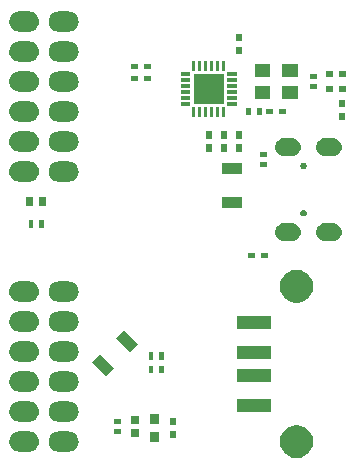
<source format=gts>
G04 #@! TF.GenerationSoftware,KiCad,Pcbnew,5.1.4-e60b266~84~ubuntu19.04.1*
G04 #@! TF.CreationDate,2019-10-16T10:38:50-07:00*
G04 #@! TF.ProjectId,pmod-usb-analyser-openvizla,706d6f64-2d75-4736-922d-616e616c7973,rev?*
G04 #@! TF.SameCoordinates,PX26449c8PY4c8cf18*
G04 #@! TF.FileFunction,Soldermask,Top*
G04 #@! TF.FilePolarity,Negative*
%FSLAX46Y46*%
G04 Gerber Fmt 4.6, Leading zero omitted, Abs format (unit mm)*
G04 Created by KiCad (PCBNEW 5.1.4-e60b266~84~ubuntu19.04.1) date 2019-10-16 10:38:50*
%MOMM*%
%LPD*%
G04 APERTURE LIST*
%ADD10C,0.100000*%
G04 APERTURE END LIST*
D10*
G36*
X26126474Y4150506D02*
G01*
X26383023Y4044241D01*
X26613912Y3889965D01*
X26810264Y3693613D01*
X26964540Y3462724D01*
X27070805Y3206175D01*
X27124979Y2933824D01*
X27124979Y2656136D01*
X27070805Y2383785D01*
X26964540Y2127236D01*
X26810264Y1896347D01*
X26613912Y1699995D01*
X26383023Y1545719D01*
X26126474Y1439454D01*
X25854123Y1385280D01*
X25576435Y1385280D01*
X25304084Y1439454D01*
X25047535Y1545719D01*
X24816646Y1699995D01*
X24620294Y1896347D01*
X24466018Y2127236D01*
X24359753Y2383785D01*
X24305579Y2656136D01*
X24305579Y2933824D01*
X24359753Y3206175D01*
X24466018Y3462724D01*
X24620294Y3693613D01*
X24816646Y3889965D01*
X25047535Y4044241D01*
X25304084Y4150506D01*
X25576435Y4204680D01*
X25854123Y4204680D01*
X26126474Y4150506D01*
X26126474Y4150506D01*
G37*
G36*
X6579705Y3636782D02*
G01*
X6664680Y3611005D01*
X6739935Y3588177D01*
X6784729Y3564234D01*
X6887601Y3509248D01*
X7017029Y3403029D01*
X7123248Y3273601D01*
X7159288Y3206174D01*
X7202177Y3125935D01*
X7225005Y3050680D01*
X7250782Y2965705D01*
X7267193Y2799080D01*
X7250782Y2632455D01*
X7225005Y2547480D01*
X7202177Y2472225D01*
X7202176Y2472224D01*
X7123248Y2324559D01*
X7017029Y2195131D01*
X6887601Y2088912D01*
X6784729Y2033926D01*
X6739935Y2009983D01*
X6664680Y1987155D01*
X6579705Y1961378D01*
X6454837Y1949080D01*
X5531323Y1949080D01*
X5406455Y1961378D01*
X5321480Y1987155D01*
X5246225Y2009983D01*
X5201431Y2033926D01*
X5098559Y2088912D01*
X4969131Y2195131D01*
X4862912Y2324559D01*
X4783984Y2472224D01*
X4783983Y2472225D01*
X4761155Y2547480D01*
X4735378Y2632455D01*
X4718967Y2799080D01*
X4735378Y2965705D01*
X4761155Y3050680D01*
X4783983Y3125935D01*
X4826872Y3206174D01*
X4862912Y3273601D01*
X4969131Y3403029D01*
X5098559Y3509248D01*
X5201431Y3564234D01*
X5246225Y3588177D01*
X5321480Y3611005D01*
X5406455Y3636782D01*
X5531323Y3649080D01*
X6454837Y3649080D01*
X6579705Y3636782D01*
X6579705Y3636782D01*
G37*
G36*
X3239705Y3636782D02*
G01*
X3324680Y3611005D01*
X3399935Y3588177D01*
X3444729Y3564234D01*
X3547601Y3509248D01*
X3677029Y3403029D01*
X3783248Y3273601D01*
X3819288Y3206174D01*
X3862177Y3125935D01*
X3885005Y3050680D01*
X3910782Y2965705D01*
X3927193Y2799080D01*
X3910782Y2632455D01*
X3885005Y2547480D01*
X3862177Y2472225D01*
X3862176Y2472224D01*
X3783248Y2324559D01*
X3677029Y2195131D01*
X3547601Y2088912D01*
X3444729Y2033926D01*
X3399935Y2009983D01*
X3324680Y1987155D01*
X3239705Y1961378D01*
X3114837Y1949080D01*
X2191323Y1949080D01*
X2066455Y1961378D01*
X1981480Y1987155D01*
X1906225Y2009983D01*
X1861431Y2033926D01*
X1758559Y2088912D01*
X1629131Y2195131D01*
X1522912Y2324559D01*
X1443984Y2472224D01*
X1443983Y2472225D01*
X1421155Y2547480D01*
X1395378Y2632455D01*
X1378967Y2799080D01*
X1395378Y2965705D01*
X1421155Y3050680D01*
X1443983Y3125935D01*
X1486872Y3206174D01*
X1522912Y3273601D01*
X1629131Y3403029D01*
X1758559Y3509248D01*
X1861431Y3564234D01*
X1906225Y3588177D01*
X1981480Y3611005D01*
X2066455Y3636782D01*
X2191323Y3649080D01*
X3114837Y3649080D01*
X3239705Y3636782D01*
X3239705Y3636782D01*
G37*
G36*
X14096080Y2792080D02*
G01*
X13346080Y2792080D01*
X13346080Y3592080D01*
X14096080Y3592080D01*
X14096080Y2792080D01*
X14096080Y2792080D01*
G37*
G36*
X15495080Y3092080D02*
G01*
X14995080Y3092080D01*
X14995080Y3692080D01*
X15495080Y3692080D01*
X15495080Y3092080D01*
X15495080Y3092080D01*
G37*
G36*
X12420080Y3219080D02*
G01*
X11720080Y3219080D01*
X11720080Y3819080D01*
X12420080Y3819080D01*
X12420080Y3219080D01*
X12420080Y3219080D01*
G37*
G36*
X10846080Y3419080D02*
G01*
X10246080Y3419080D01*
X10246080Y3819080D01*
X10846080Y3819080D01*
X10846080Y3419080D01*
X10846080Y3419080D01*
G37*
G36*
X15495080Y4192080D02*
G01*
X14995080Y4192080D01*
X14995080Y4792080D01*
X15495080Y4792080D01*
X15495080Y4192080D01*
X15495080Y4192080D01*
G37*
G36*
X14096080Y4292080D02*
G01*
X13346080Y4292080D01*
X13346080Y5092080D01*
X14096080Y5092080D01*
X14096080Y4292080D01*
X14096080Y4292080D01*
G37*
G36*
X10846080Y4319080D02*
G01*
X10246080Y4319080D01*
X10246080Y4719080D01*
X10846080Y4719080D01*
X10846080Y4319080D01*
X10846080Y4319080D01*
G37*
G36*
X12420080Y4319080D02*
G01*
X11720080Y4319080D01*
X11720080Y4919080D01*
X12420080Y4919080D01*
X12420080Y4319080D01*
X12420080Y4319080D01*
G37*
G36*
X3239705Y6176782D02*
G01*
X3324680Y6151005D01*
X3399935Y6128177D01*
X3444729Y6104234D01*
X3547601Y6049248D01*
X3677029Y5943029D01*
X3783248Y5813601D01*
X3838234Y5710729D01*
X3862177Y5665935D01*
X3885005Y5590680D01*
X3910782Y5505705D01*
X3927193Y5339080D01*
X3910782Y5172455D01*
X3886400Y5092080D01*
X3862177Y5012225D01*
X3862176Y5012224D01*
X3783248Y4864559D01*
X3677029Y4735131D01*
X3547601Y4628912D01*
X3444729Y4573926D01*
X3399935Y4549983D01*
X3324680Y4527155D01*
X3239705Y4501378D01*
X3114837Y4489080D01*
X2191323Y4489080D01*
X2066455Y4501378D01*
X1981480Y4527155D01*
X1906225Y4549983D01*
X1861431Y4573926D01*
X1758559Y4628912D01*
X1629131Y4735131D01*
X1522912Y4864559D01*
X1443984Y5012224D01*
X1443983Y5012225D01*
X1419760Y5092080D01*
X1395378Y5172455D01*
X1378967Y5339080D01*
X1395378Y5505705D01*
X1421155Y5590680D01*
X1443983Y5665935D01*
X1467926Y5710729D01*
X1522912Y5813601D01*
X1629131Y5943029D01*
X1758559Y6049248D01*
X1861431Y6104234D01*
X1906225Y6128177D01*
X1981480Y6151005D01*
X2066455Y6176782D01*
X2191323Y6189080D01*
X3114837Y6189080D01*
X3239705Y6176782D01*
X3239705Y6176782D01*
G37*
G36*
X6579705Y6176782D02*
G01*
X6664680Y6151005D01*
X6739935Y6128177D01*
X6784729Y6104234D01*
X6887601Y6049248D01*
X7017029Y5943029D01*
X7123248Y5813601D01*
X7178234Y5710729D01*
X7202177Y5665935D01*
X7225005Y5590680D01*
X7250782Y5505705D01*
X7267193Y5339080D01*
X7250782Y5172455D01*
X7226400Y5092080D01*
X7202177Y5012225D01*
X7202176Y5012224D01*
X7123248Y4864559D01*
X7017029Y4735131D01*
X6887601Y4628912D01*
X6784729Y4573926D01*
X6739935Y4549983D01*
X6664680Y4527155D01*
X6579705Y4501378D01*
X6454837Y4489080D01*
X5531323Y4489080D01*
X5406455Y4501378D01*
X5321480Y4527155D01*
X5246225Y4549983D01*
X5201431Y4573926D01*
X5098559Y4628912D01*
X4969131Y4735131D01*
X4862912Y4864559D01*
X4783984Y5012224D01*
X4783983Y5012225D01*
X4759760Y5092080D01*
X4735378Y5172455D01*
X4718967Y5339080D01*
X4735378Y5505705D01*
X4761155Y5590680D01*
X4783983Y5665935D01*
X4807926Y5710729D01*
X4862912Y5813601D01*
X4969131Y5943029D01*
X5098559Y6049248D01*
X5201431Y6104234D01*
X5246225Y6128177D01*
X5321480Y6151005D01*
X5406455Y6176782D01*
X5531323Y6189080D01*
X6454837Y6189080D01*
X6579705Y6176782D01*
X6579705Y6176782D01*
G37*
G36*
X23546479Y5304980D02*
G01*
X20666481Y5304980D01*
X20666481Y6424980D01*
X23546479Y6424980D01*
X23546479Y5304980D01*
X23546479Y5304980D01*
G37*
G36*
X6579705Y8716782D02*
G01*
X6664680Y8691005D01*
X6739935Y8668177D01*
X6784729Y8644234D01*
X6887601Y8589248D01*
X7017029Y8483029D01*
X7123248Y8353601D01*
X7178234Y8250729D01*
X7202177Y8205935D01*
X7225005Y8130680D01*
X7250782Y8045705D01*
X7267193Y7879080D01*
X7250782Y7712455D01*
X7225005Y7627480D01*
X7202177Y7552225D01*
X7202176Y7552224D01*
X7123248Y7404559D01*
X7017029Y7275131D01*
X6887601Y7168912D01*
X6784729Y7113926D01*
X6739935Y7089983D01*
X6664680Y7067155D01*
X6579705Y7041378D01*
X6454837Y7029080D01*
X5531323Y7029080D01*
X5406455Y7041378D01*
X5321480Y7067155D01*
X5246225Y7089983D01*
X5201431Y7113926D01*
X5098559Y7168912D01*
X4969131Y7275131D01*
X4862912Y7404559D01*
X4783984Y7552224D01*
X4783983Y7552225D01*
X4761155Y7627480D01*
X4735378Y7712455D01*
X4718967Y7879080D01*
X4735378Y8045705D01*
X4761155Y8130680D01*
X4783983Y8205935D01*
X4807926Y8250729D01*
X4862912Y8353601D01*
X4969131Y8483029D01*
X5098559Y8589248D01*
X5201431Y8644234D01*
X5246225Y8668177D01*
X5321480Y8691005D01*
X5406455Y8716782D01*
X5531323Y8729080D01*
X6454837Y8729080D01*
X6579705Y8716782D01*
X6579705Y8716782D01*
G37*
G36*
X3239705Y8716782D02*
G01*
X3324680Y8691005D01*
X3399935Y8668177D01*
X3444729Y8644234D01*
X3547601Y8589248D01*
X3677029Y8483029D01*
X3783248Y8353601D01*
X3838234Y8250729D01*
X3862177Y8205935D01*
X3885005Y8130680D01*
X3910782Y8045705D01*
X3927193Y7879080D01*
X3910782Y7712455D01*
X3885005Y7627480D01*
X3862177Y7552225D01*
X3862176Y7552224D01*
X3783248Y7404559D01*
X3677029Y7275131D01*
X3547601Y7168912D01*
X3444729Y7113926D01*
X3399935Y7089983D01*
X3324680Y7067155D01*
X3239705Y7041378D01*
X3114837Y7029080D01*
X2191323Y7029080D01*
X2066455Y7041378D01*
X1981480Y7067155D01*
X1906225Y7089983D01*
X1861431Y7113926D01*
X1758559Y7168912D01*
X1629131Y7275131D01*
X1522912Y7404559D01*
X1443984Y7552224D01*
X1443983Y7552225D01*
X1421155Y7627480D01*
X1395378Y7712455D01*
X1378967Y7879080D01*
X1395378Y8045705D01*
X1421155Y8130680D01*
X1443983Y8205935D01*
X1467926Y8250729D01*
X1522912Y8353601D01*
X1629131Y8483029D01*
X1758559Y8589248D01*
X1861431Y8644234D01*
X1906225Y8668177D01*
X1981480Y8691005D01*
X2066455Y8716782D01*
X2191323Y8729080D01*
X3114837Y8729080D01*
X3239705Y8716782D01*
X3239705Y8716782D01*
G37*
G36*
X23546479Y7804980D02*
G01*
X20666481Y7804980D01*
X20666481Y8924980D01*
X23546479Y8924980D01*
X23546479Y7804980D01*
X23546479Y7804980D01*
G37*
G36*
X10240209Y8974627D02*
G01*
X9603813Y8338231D01*
X8401731Y9540313D01*
X9038127Y10176709D01*
X10240209Y8974627D01*
X10240209Y8974627D01*
G37*
G36*
X13598080Y8595080D02*
G01*
X13198080Y8595080D01*
X13198080Y9195080D01*
X13598080Y9195080D01*
X13598080Y8595080D01*
X13598080Y8595080D01*
G37*
G36*
X14498080Y8595080D02*
G01*
X14098080Y8595080D01*
X14098080Y9195080D01*
X14498080Y9195080D01*
X14498080Y8595080D01*
X14498080Y8595080D01*
G37*
G36*
X6579705Y11256782D02*
G01*
X6664680Y11231005D01*
X6739935Y11208177D01*
X6784729Y11184234D01*
X6887601Y11129248D01*
X7017029Y11023029D01*
X7123248Y10893601D01*
X7178234Y10790729D01*
X7202177Y10745935D01*
X7225005Y10670680D01*
X7250782Y10585705D01*
X7267193Y10419080D01*
X7250782Y10252455D01*
X7227804Y10176709D01*
X7202177Y10092225D01*
X7202176Y10092224D01*
X7123248Y9944559D01*
X7017029Y9815131D01*
X6887601Y9708912D01*
X6784729Y9653926D01*
X6739935Y9629983D01*
X6664680Y9607155D01*
X6579705Y9581378D01*
X6454837Y9569080D01*
X5531323Y9569080D01*
X5406455Y9581378D01*
X5321480Y9607155D01*
X5246225Y9629983D01*
X5201431Y9653926D01*
X5098559Y9708912D01*
X4969131Y9815131D01*
X4862912Y9944559D01*
X4783984Y10092224D01*
X4783983Y10092225D01*
X4758356Y10176709D01*
X4735378Y10252455D01*
X4718967Y10419080D01*
X4735378Y10585705D01*
X4761155Y10670680D01*
X4783983Y10745935D01*
X4807926Y10790729D01*
X4862912Y10893601D01*
X4969131Y11023029D01*
X5098559Y11129248D01*
X5201431Y11184234D01*
X5246225Y11208177D01*
X5321480Y11231005D01*
X5406455Y11256782D01*
X5531323Y11269080D01*
X6454837Y11269080D01*
X6579705Y11256782D01*
X6579705Y11256782D01*
G37*
G36*
X3239705Y11256782D02*
G01*
X3324680Y11231005D01*
X3399935Y11208177D01*
X3444729Y11184234D01*
X3547601Y11129248D01*
X3677029Y11023029D01*
X3783248Y10893601D01*
X3838234Y10790729D01*
X3862177Y10745935D01*
X3885005Y10670680D01*
X3910782Y10585705D01*
X3927193Y10419080D01*
X3910782Y10252455D01*
X3887804Y10176709D01*
X3862177Y10092225D01*
X3862176Y10092224D01*
X3783248Y9944559D01*
X3677029Y9815131D01*
X3547601Y9708912D01*
X3444729Y9653926D01*
X3399935Y9629983D01*
X3324680Y9607155D01*
X3239705Y9581378D01*
X3114837Y9569080D01*
X2191323Y9569080D01*
X2066455Y9581378D01*
X1981480Y9607155D01*
X1906225Y9629983D01*
X1861431Y9653926D01*
X1758559Y9708912D01*
X1629131Y9815131D01*
X1522912Y9944559D01*
X1443984Y10092224D01*
X1443983Y10092225D01*
X1418356Y10176709D01*
X1395378Y10252455D01*
X1378967Y10419080D01*
X1395378Y10585705D01*
X1421155Y10670680D01*
X1443983Y10745935D01*
X1467926Y10790729D01*
X1522912Y10893601D01*
X1629131Y11023029D01*
X1758559Y11129248D01*
X1861431Y11184234D01*
X1906225Y11208177D01*
X1981480Y11231005D01*
X2066455Y11256782D01*
X2191323Y11269080D01*
X3114837Y11269080D01*
X3239705Y11256782D01*
X3239705Y11256782D01*
G37*
G36*
X13598080Y9738080D02*
G01*
X13198080Y9738080D01*
X13198080Y10338080D01*
X13598080Y10338080D01*
X13598080Y9738080D01*
X13598080Y9738080D01*
G37*
G36*
X14498080Y9738080D02*
G01*
X14098080Y9738080D01*
X14098080Y10338080D01*
X14498080Y10338080D01*
X14498080Y9738080D01*
X14498080Y9738080D01*
G37*
G36*
X23546479Y9804981D02*
G01*
X20666481Y9804981D01*
X20666481Y10924981D01*
X23546479Y10924981D01*
X23546479Y9804981D01*
X23546479Y9804981D01*
G37*
G36*
X12290819Y11025237D02*
G01*
X11654423Y10388841D01*
X10452341Y11590923D01*
X11088737Y12227319D01*
X12290819Y11025237D01*
X12290819Y11025237D01*
G37*
G36*
X3239705Y13796782D02*
G01*
X3324680Y13771005D01*
X3399935Y13748177D01*
X3444729Y13724234D01*
X3547601Y13669248D01*
X3677029Y13563029D01*
X3783248Y13433601D01*
X3838234Y13330729D01*
X3862177Y13285935D01*
X3885005Y13210680D01*
X3910782Y13125705D01*
X3927193Y12959080D01*
X3910782Y12792455D01*
X3885005Y12707480D01*
X3862177Y12632225D01*
X3862176Y12632224D01*
X3783248Y12484559D01*
X3677029Y12355131D01*
X3547601Y12248912D01*
X3444729Y12193926D01*
X3399935Y12169983D01*
X3324680Y12147155D01*
X3239705Y12121378D01*
X3114837Y12109080D01*
X2191323Y12109080D01*
X2066455Y12121378D01*
X1981480Y12147155D01*
X1906225Y12169983D01*
X1861431Y12193926D01*
X1758559Y12248912D01*
X1629131Y12355131D01*
X1522912Y12484559D01*
X1443984Y12632224D01*
X1443983Y12632225D01*
X1421155Y12707480D01*
X1395378Y12792455D01*
X1378967Y12959080D01*
X1395378Y13125705D01*
X1421155Y13210680D01*
X1443983Y13285935D01*
X1467926Y13330729D01*
X1522912Y13433601D01*
X1629131Y13563029D01*
X1758559Y13669248D01*
X1861431Y13724234D01*
X1906225Y13748177D01*
X1981480Y13771005D01*
X2066455Y13796782D01*
X2191323Y13809080D01*
X3114837Y13809080D01*
X3239705Y13796782D01*
X3239705Y13796782D01*
G37*
G36*
X6579705Y13796782D02*
G01*
X6664680Y13771005D01*
X6739935Y13748177D01*
X6784729Y13724234D01*
X6887601Y13669248D01*
X7017029Y13563029D01*
X7123248Y13433601D01*
X7178234Y13330729D01*
X7202177Y13285935D01*
X7225005Y13210680D01*
X7250782Y13125705D01*
X7267193Y12959080D01*
X7250782Y12792455D01*
X7225005Y12707480D01*
X7202177Y12632225D01*
X7202176Y12632224D01*
X7123248Y12484559D01*
X7017029Y12355131D01*
X6887601Y12248912D01*
X6784729Y12193926D01*
X6739935Y12169983D01*
X6664680Y12147155D01*
X6579705Y12121378D01*
X6454837Y12109080D01*
X5531323Y12109080D01*
X5406455Y12121378D01*
X5321480Y12147155D01*
X5246225Y12169983D01*
X5201431Y12193926D01*
X5098559Y12248912D01*
X4969131Y12355131D01*
X4862912Y12484559D01*
X4783984Y12632224D01*
X4783983Y12632225D01*
X4761155Y12707480D01*
X4735378Y12792455D01*
X4718967Y12959080D01*
X4735378Y13125705D01*
X4761155Y13210680D01*
X4783983Y13285935D01*
X4807926Y13330729D01*
X4862912Y13433601D01*
X4969131Y13563029D01*
X5098559Y13669248D01*
X5201431Y13724234D01*
X5246225Y13748177D01*
X5321480Y13771005D01*
X5406455Y13796782D01*
X5531323Y13809080D01*
X6454837Y13809080D01*
X6579705Y13796782D01*
X6579705Y13796782D01*
G37*
G36*
X23546479Y12304980D02*
G01*
X20666481Y12304980D01*
X20666481Y13424980D01*
X23546479Y13424980D01*
X23546479Y12304980D01*
X23546479Y12304980D01*
G37*
G36*
X26126474Y17290506D02*
G01*
X26383023Y17184241D01*
X26613912Y17029965D01*
X26810264Y16833613D01*
X26964540Y16602724D01*
X27070805Y16346175D01*
X27124979Y16073824D01*
X27124979Y15796136D01*
X27070805Y15523785D01*
X26964540Y15267236D01*
X26810264Y15036347D01*
X26613912Y14839995D01*
X26383023Y14685719D01*
X26126474Y14579454D01*
X25854123Y14525280D01*
X25576435Y14525280D01*
X25304084Y14579454D01*
X25047535Y14685719D01*
X24816646Y14839995D01*
X24620294Y15036347D01*
X24466018Y15267236D01*
X24359753Y15523785D01*
X24305579Y15796136D01*
X24305579Y16073824D01*
X24359753Y16346175D01*
X24466018Y16602724D01*
X24620294Y16833613D01*
X24816646Y17029965D01*
X25047535Y17184241D01*
X25304084Y17290506D01*
X25576435Y17344680D01*
X25854123Y17344680D01*
X26126474Y17290506D01*
X26126474Y17290506D01*
G37*
G36*
X3239705Y16336782D02*
G01*
X3324680Y16311005D01*
X3399935Y16288177D01*
X3444729Y16264234D01*
X3547601Y16209248D01*
X3677029Y16103029D01*
X3783248Y15973601D01*
X3838234Y15870729D01*
X3862177Y15825935D01*
X3871216Y15796137D01*
X3910782Y15665705D01*
X3927193Y15499080D01*
X3910782Y15332455D01*
X3890998Y15267237D01*
X3862177Y15172225D01*
X3862176Y15172224D01*
X3783248Y15024559D01*
X3677029Y14895131D01*
X3547601Y14788912D01*
X3444729Y14733926D01*
X3399935Y14709983D01*
X3324680Y14687155D01*
X3239705Y14661378D01*
X3114837Y14649080D01*
X2191323Y14649080D01*
X2066455Y14661378D01*
X1981480Y14687155D01*
X1906225Y14709983D01*
X1861431Y14733926D01*
X1758559Y14788912D01*
X1629131Y14895131D01*
X1522912Y15024559D01*
X1443984Y15172224D01*
X1443983Y15172225D01*
X1415162Y15267237D01*
X1395378Y15332455D01*
X1378967Y15499080D01*
X1395378Y15665705D01*
X1434944Y15796137D01*
X1443983Y15825935D01*
X1467926Y15870729D01*
X1522912Y15973601D01*
X1629131Y16103029D01*
X1758559Y16209248D01*
X1861431Y16264234D01*
X1906225Y16288177D01*
X1981480Y16311005D01*
X2066455Y16336782D01*
X2191323Y16349080D01*
X3114837Y16349080D01*
X3239705Y16336782D01*
X3239705Y16336782D01*
G37*
G36*
X6579705Y16336782D02*
G01*
X6664680Y16311005D01*
X6739935Y16288177D01*
X6784729Y16264234D01*
X6887601Y16209248D01*
X7017029Y16103029D01*
X7123248Y15973601D01*
X7178234Y15870729D01*
X7202177Y15825935D01*
X7211216Y15796137D01*
X7250782Y15665705D01*
X7267193Y15499080D01*
X7250782Y15332455D01*
X7230998Y15267237D01*
X7202177Y15172225D01*
X7202176Y15172224D01*
X7123248Y15024559D01*
X7017029Y14895131D01*
X6887601Y14788912D01*
X6784729Y14733926D01*
X6739935Y14709983D01*
X6664680Y14687155D01*
X6579705Y14661378D01*
X6454837Y14649080D01*
X5531323Y14649080D01*
X5406455Y14661378D01*
X5321480Y14687155D01*
X5246225Y14709983D01*
X5201431Y14733926D01*
X5098559Y14788912D01*
X4969131Y14895131D01*
X4862912Y15024559D01*
X4783984Y15172224D01*
X4783983Y15172225D01*
X4755162Y15267237D01*
X4735378Y15332455D01*
X4718967Y15499080D01*
X4735378Y15665705D01*
X4774944Y15796137D01*
X4783983Y15825935D01*
X4807926Y15870729D01*
X4862912Y15973601D01*
X4969131Y16103029D01*
X5098559Y16209248D01*
X5201431Y16264234D01*
X5246225Y16288177D01*
X5321480Y16311005D01*
X5406455Y16336782D01*
X5531323Y16349080D01*
X6454837Y16349080D01*
X6579705Y16336782D01*
X6579705Y16336782D01*
G37*
G36*
X22170580Y18297080D02*
G01*
X21570580Y18297080D01*
X21570580Y18797080D01*
X22170580Y18797080D01*
X22170580Y18297080D01*
X22170580Y18297080D01*
G37*
G36*
X23270580Y18297080D02*
G01*
X22670580Y18297080D01*
X22670580Y18797080D01*
X23270580Y18797080D01*
X23270580Y18297080D01*
X23270580Y18297080D01*
G37*
G36*
X28959102Y21274228D02*
G01*
X28959105Y21274227D01*
X28959106Y21274227D01*
X28992254Y21264172D01*
X29100480Y21231342D01*
X29146170Y21206920D01*
X29230773Y21161699D01*
X29230776Y21161697D01*
X29230777Y21161696D01*
X29344976Y21067976D01*
X29438696Y20953777D01*
X29438699Y20953773D01*
X29459915Y20914080D01*
X29508342Y20823480D01*
X29551228Y20682102D01*
X29565709Y20535080D01*
X29551228Y20388058D01*
X29508342Y20246680D01*
X29508341Y20246679D01*
X29438699Y20116387D01*
X29438697Y20116384D01*
X29438696Y20116383D01*
X29344976Y20002184D01*
X29230777Y19908464D01*
X29230773Y19908461D01*
X29146170Y19863240D01*
X29100480Y19838818D01*
X28992254Y19805988D01*
X28959106Y19795933D01*
X28959105Y19795933D01*
X28959102Y19795932D01*
X28848920Y19785080D01*
X28075240Y19785080D01*
X27965058Y19795932D01*
X27965055Y19795933D01*
X27965054Y19795933D01*
X27931906Y19805988D01*
X27823680Y19838818D01*
X27777990Y19863240D01*
X27693387Y19908461D01*
X27693383Y19908464D01*
X27579184Y20002184D01*
X27485464Y20116383D01*
X27485463Y20116384D01*
X27485461Y20116387D01*
X27415819Y20246679D01*
X27415818Y20246680D01*
X27372932Y20388058D01*
X27358451Y20535080D01*
X27372932Y20682102D01*
X27415818Y20823480D01*
X27464245Y20914080D01*
X27485461Y20953773D01*
X27485464Y20953777D01*
X27579184Y21067976D01*
X27693383Y21161696D01*
X27693384Y21161697D01*
X27693387Y21161699D01*
X27777990Y21206920D01*
X27823680Y21231342D01*
X27931906Y21264172D01*
X27965054Y21274227D01*
X27965055Y21274227D01*
X27965058Y21274228D01*
X28075240Y21285080D01*
X28848920Y21285080D01*
X28959102Y21274228D01*
X28959102Y21274228D01*
G37*
G36*
X25489102Y21274228D02*
G01*
X25489105Y21274227D01*
X25489106Y21274227D01*
X25522254Y21264172D01*
X25630480Y21231342D01*
X25676170Y21206920D01*
X25760773Y21161699D01*
X25760776Y21161697D01*
X25760777Y21161696D01*
X25874976Y21067976D01*
X25968696Y20953777D01*
X25968699Y20953773D01*
X25989915Y20914080D01*
X26038342Y20823480D01*
X26081228Y20682102D01*
X26095709Y20535080D01*
X26081228Y20388058D01*
X26038342Y20246680D01*
X26038341Y20246679D01*
X25968699Y20116387D01*
X25968697Y20116384D01*
X25968696Y20116383D01*
X25874976Y20002184D01*
X25760777Y19908464D01*
X25760773Y19908461D01*
X25676170Y19863240D01*
X25630480Y19838818D01*
X25522254Y19805988D01*
X25489106Y19795933D01*
X25489105Y19795933D01*
X25489102Y19795932D01*
X25378920Y19785080D01*
X24605240Y19785080D01*
X24495058Y19795932D01*
X24495055Y19795933D01*
X24495054Y19795933D01*
X24461906Y19805988D01*
X24353680Y19838818D01*
X24307990Y19863240D01*
X24223387Y19908461D01*
X24223383Y19908464D01*
X24109184Y20002184D01*
X24015464Y20116383D01*
X24015463Y20116384D01*
X24015461Y20116387D01*
X23945819Y20246679D01*
X23945818Y20246680D01*
X23902932Y20388058D01*
X23888451Y20535080D01*
X23902932Y20682102D01*
X23945818Y20823480D01*
X23994245Y20914080D01*
X24015461Y20953773D01*
X24015464Y20953777D01*
X24109184Y21067976D01*
X24223383Y21161696D01*
X24223384Y21161697D01*
X24223387Y21161699D01*
X24307990Y21206920D01*
X24353680Y21231342D01*
X24461906Y21264172D01*
X24495054Y21274227D01*
X24495055Y21274227D01*
X24495058Y21274228D01*
X24605240Y21285080D01*
X25378920Y21285080D01*
X25489102Y21274228D01*
X25489102Y21274228D01*
G37*
G36*
X4338080Y20914080D02*
G01*
X3938080Y20914080D01*
X3938080Y21514080D01*
X4338080Y21514080D01*
X4338080Y20914080D01*
X4338080Y20914080D01*
G37*
G36*
X3438080Y20914080D02*
G01*
X3038080Y20914080D01*
X3038080Y21514080D01*
X3438080Y21514080D01*
X3438080Y20914080D01*
X3438080Y20914080D01*
G37*
G36*
X26392295Y22399512D02*
G01*
X26442342Y22378782D01*
X26487383Y22348687D01*
X26525687Y22310383D01*
X26555782Y22265342D01*
X26576512Y22215295D01*
X26587080Y22162165D01*
X26587080Y22107995D01*
X26576512Y22054865D01*
X26555782Y22004818D01*
X26525687Y21959777D01*
X26487383Y21921473D01*
X26442342Y21891378D01*
X26392295Y21870648D01*
X26339165Y21860080D01*
X26284995Y21860080D01*
X26231865Y21870648D01*
X26181818Y21891378D01*
X26136777Y21921473D01*
X26098473Y21959777D01*
X26068378Y22004818D01*
X26047648Y22054865D01*
X26037080Y22107995D01*
X26037080Y22162165D01*
X26047648Y22215295D01*
X26068378Y22265342D01*
X26098473Y22310383D01*
X26136777Y22348687D01*
X26181818Y22378782D01*
X26231865Y22399512D01*
X26284995Y22410080D01*
X26339165Y22410080D01*
X26392295Y22399512D01*
X26392295Y22399512D01*
G37*
G36*
X21111580Y22563080D02*
G01*
X19411580Y22563080D01*
X19411580Y23463080D01*
X21111580Y23463080D01*
X21111580Y22563080D01*
X21111580Y22563080D01*
G37*
G36*
X4538080Y22769080D02*
G01*
X3938080Y22769080D01*
X3938080Y23469080D01*
X4538080Y23469080D01*
X4538080Y22769080D01*
X4538080Y22769080D01*
G37*
G36*
X3438080Y22769080D02*
G01*
X2838080Y22769080D01*
X2838080Y23469080D01*
X3438080Y23469080D01*
X3438080Y22769080D01*
X3438080Y22769080D01*
G37*
G36*
X3239705Y26496782D02*
G01*
X3324680Y26471005D01*
X3399935Y26448177D01*
X3443146Y26425080D01*
X3547601Y26369248D01*
X3677029Y26263029D01*
X3783248Y26133601D01*
X3825333Y26054865D01*
X3862177Y25985935D01*
X3881730Y25921477D01*
X3910782Y25825705D01*
X3927193Y25659080D01*
X3910782Y25492455D01*
X3901871Y25463080D01*
X3862177Y25332225D01*
X3862176Y25332224D01*
X3783248Y25184559D01*
X3677029Y25055131D01*
X3547601Y24948912D01*
X3444729Y24893926D01*
X3399935Y24869983D01*
X3324680Y24847155D01*
X3239705Y24821378D01*
X3114837Y24809080D01*
X2191323Y24809080D01*
X2066455Y24821378D01*
X1981480Y24847155D01*
X1906225Y24869983D01*
X1861431Y24893926D01*
X1758559Y24948912D01*
X1629131Y25055131D01*
X1522912Y25184559D01*
X1443984Y25332224D01*
X1443983Y25332225D01*
X1404289Y25463080D01*
X1395378Y25492455D01*
X1378967Y25659080D01*
X1395378Y25825705D01*
X1424430Y25921477D01*
X1443983Y25985935D01*
X1480827Y26054865D01*
X1522912Y26133601D01*
X1629131Y26263029D01*
X1758559Y26369248D01*
X1863014Y26425080D01*
X1906225Y26448177D01*
X1981480Y26471005D01*
X2066455Y26496782D01*
X2191323Y26509080D01*
X3114837Y26509080D01*
X3239705Y26496782D01*
X3239705Y26496782D01*
G37*
G36*
X6579705Y26496782D02*
G01*
X6664680Y26471005D01*
X6739935Y26448177D01*
X6783146Y26425080D01*
X6887601Y26369248D01*
X7017029Y26263029D01*
X7123248Y26133601D01*
X7165333Y26054865D01*
X7202177Y25985935D01*
X7221730Y25921477D01*
X7250782Y25825705D01*
X7267193Y25659080D01*
X7250782Y25492455D01*
X7241871Y25463080D01*
X7202177Y25332225D01*
X7202176Y25332224D01*
X7123248Y25184559D01*
X7017029Y25055131D01*
X6887601Y24948912D01*
X6784729Y24893926D01*
X6739935Y24869983D01*
X6664680Y24847155D01*
X6579705Y24821378D01*
X6454837Y24809080D01*
X5531323Y24809080D01*
X5406455Y24821378D01*
X5321480Y24847155D01*
X5246225Y24869983D01*
X5201431Y24893926D01*
X5098559Y24948912D01*
X4969131Y25055131D01*
X4862912Y25184559D01*
X4783984Y25332224D01*
X4783983Y25332225D01*
X4744289Y25463080D01*
X4735378Y25492455D01*
X4718967Y25659080D01*
X4735378Y25825705D01*
X4764430Y25921477D01*
X4783983Y25985935D01*
X4820827Y26054865D01*
X4862912Y26133601D01*
X4969131Y26263029D01*
X5098559Y26369248D01*
X5203014Y26425080D01*
X5246225Y26448177D01*
X5321480Y26471005D01*
X5406455Y26496782D01*
X5531323Y26509080D01*
X6454837Y26509080D01*
X6579705Y26496782D01*
X6579705Y26496782D01*
G37*
G36*
X21111580Y25463080D02*
G01*
X19411580Y25463080D01*
X19411580Y26363080D01*
X21111580Y26363080D01*
X21111580Y25463080D01*
X21111580Y25463080D01*
G37*
G36*
X26392295Y26399512D02*
G01*
X26442342Y26378782D01*
X26487383Y26348687D01*
X26525687Y26310383D01*
X26555782Y26265342D01*
X26576512Y26215295D01*
X26587080Y26162165D01*
X26587080Y26107995D01*
X26576512Y26054865D01*
X26555782Y26004818D01*
X26525687Y25959777D01*
X26487383Y25921473D01*
X26442342Y25891378D01*
X26392295Y25870648D01*
X26339165Y25860080D01*
X26284995Y25860080D01*
X26231865Y25870648D01*
X26181818Y25891378D01*
X26136777Y25921473D01*
X26098473Y25959777D01*
X26068378Y26004818D01*
X26047648Y26054865D01*
X26037080Y26107995D01*
X26037080Y26162165D01*
X26047648Y26215295D01*
X26068378Y26265342D01*
X26098473Y26310383D01*
X26136777Y26348687D01*
X26181818Y26378782D01*
X26231865Y26399512D01*
X26284995Y26410080D01*
X26339165Y26410080D01*
X26392295Y26399512D01*
X26392295Y26399512D01*
G37*
G36*
X23228580Y26025080D02*
G01*
X22628580Y26025080D01*
X22628580Y26425080D01*
X23228580Y26425080D01*
X23228580Y26025080D01*
X23228580Y26025080D01*
G37*
G36*
X23228580Y26925080D02*
G01*
X22628580Y26925080D01*
X22628580Y27325080D01*
X23228580Y27325080D01*
X23228580Y26925080D01*
X23228580Y26925080D01*
G37*
G36*
X28959102Y28474228D02*
G01*
X28959105Y28474227D01*
X28959106Y28474227D01*
X28992254Y28464172D01*
X29100480Y28431342D01*
X29146170Y28406920D01*
X29230773Y28361699D01*
X29230776Y28361697D01*
X29230777Y28361696D01*
X29344976Y28267976D01*
X29438696Y28153777D01*
X29438699Y28153773D01*
X29483920Y28069170D01*
X29508342Y28023480D01*
X29551228Y27882102D01*
X29565709Y27735080D01*
X29551228Y27588058D01*
X29508342Y27446680D01*
X29508341Y27446679D01*
X29438699Y27316387D01*
X29438697Y27316384D01*
X29438696Y27316383D01*
X29344976Y27202184D01*
X29230777Y27108464D01*
X29230773Y27108461D01*
X29146170Y27063240D01*
X29100480Y27038818D01*
X28992254Y27005988D01*
X28959106Y26995933D01*
X28959105Y26995933D01*
X28959102Y26995932D01*
X28848920Y26985080D01*
X28075240Y26985080D01*
X27965058Y26995932D01*
X27965055Y26995933D01*
X27965054Y26995933D01*
X27931906Y27005988D01*
X27823680Y27038818D01*
X27777990Y27063240D01*
X27693387Y27108461D01*
X27693383Y27108464D01*
X27579184Y27202184D01*
X27485464Y27316383D01*
X27485463Y27316384D01*
X27485461Y27316387D01*
X27415819Y27446679D01*
X27415818Y27446680D01*
X27372932Y27588058D01*
X27358451Y27735080D01*
X27372932Y27882102D01*
X27415818Y28023480D01*
X27440240Y28069170D01*
X27485461Y28153773D01*
X27485464Y28153777D01*
X27579184Y28267976D01*
X27693383Y28361696D01*
X27693384Y28361697D01*
X27693387Y28361699D01*
X27777990Y28406920D01*
X27823680Y28431342D01*
X27931906Y28464172D01*
X27965054Y28474227D01*
X27965055Y28474227D01*
X27965058Y28474228D01*
X28075240Y28485080D01*
X28848920Y28485080D01*
X28959102Y28474228D01*
X28959102Y28474228D01*
G37*
G36*
X25489102Y28474228D02*
G01*
X25489105Y28474227D01*
X25489106Y28474227D01*
X25522254Y28464172D01*
X25630480Y28431342D01*
X25676170Y28406920D01*
X25760773Y28361699D01*
X25760776Y28361697D01*
X25760777Y28361696D01*
X25874976Y28267976D01*
X25968696Y28153777D01*
X25968699Y28153773D01*
X26013920Y28069170D01*
X26038342Y28023480D01*
X26081228Y27882102D01*
X26095709Y27735080D01*
X26081228Y27588058D01*
X26038342Y27446680D01*
X26038341Y27446679D01*
X25968699Y27316387D01*
X25968697Y27316384D01*
X25968696Y27316383D01*
X25874976Y27202184D01*
X25760777Y27108464D01*
X25760773Y27108461D01*
X25676170Y27063240D01*
X25630480Y27038818D01*
X25522254Y27005988D01*
X25489106Y26995933D01*
X25489105Y26995933D01*
X25489102Y26995932D01*
X25378920Y26985080D01*
X24605240Y26985080D01*
X24495058Y26995932D01*
X24495055Y26995933D01*
X24495054Y26995933D01*
X24461906Y27005988D01*
X24353680Y27038818D01*
X24307990Y27063240D01*
X24223387Y27108461D01*
X24223383Y27108464D01*
X24109184Y27202184D01*
X24015464Y27316383D01*
X24015463Y27316384D01*
X24015461Y27316387D01*
X23945819Y27446679D01*
X23945818Y27446680D01*
X23902932Y27588058D01*
X23888451Y27735080D01*
X23902932Y27882102D01*
X23945818Y28023480D01*
X23970240Y28069170D01*
X24015461Y28153773D01*
X24015464Y28153777D01*
X24109184Y28267976D01*
X24223383Y28361696D01*
X24223384Y28361697D01*
X24223387Y28361699D01*
X24307990Y28406920D01*
X24353680Y28431342D01*
X24461906Y28464172D01*
X24495054Y28474227D01*
X24495055Y28474227D01*
X24495058Y28474228D01*
X24605240Y28485080D01*
X25378920Y28485080D01*
X25489102Y28474228D01*
X25489102Y28474228D01*
G37*
G36*
X21083080Y27349080D02*
G01*
X20583080Y27349080D01*
X20583080Y27949080D01*
X21083080Y27949080D01*
X21083080Y27349080D01*
X21083080Y27349080D01*
G37*
G36*
X19813080Y27349080D02*
G01*
X19313080Y27349080D01*
X19313080Y27949080D01*
X19813080Y27949080D01*
X19813080Y27349080D01*
X19813080Y27349080D01*
G37*
G36*
X18543080Y27349080D02*
G01*
X18043080Y27349080D01*
X18043080Y27949080D01*
X18543080Y27949080D01*
X18543080Y27349080D01*
X18543080Y27349080D01*
G37*
G36*
X6579705Y29036782D02*
G01*
X6664680Y29011005D01*
X6739935Y28988177D01*
X6784729Y28964234D01*
X6887601Y28909248D01*
X7017029Y28803029D01*
X7123248Y28673601D01*
X7178234Y28570729D01*
X7202177Y28525935D01*
X7214570Y28485080D01*
X7250782Y28365705D01*
X7267193Y28199080D01*
X7250782Y28032455D01*
X7248059Y28023480D01*
X7202177Y27872225D01*
X7202176Y27872224D01*
X7123248Y27724559D01*
X7017029Y27595131D01*
X6887601Y27488912D01*
X6808588Y27446679D01*
X6739935Y27409983D01*
X6664680Y27387155D01*
X6579705Y27361378D01*
X6454837Y27349080D01*
X5531323Y27349080D01*
X5406455Y27361378D01*
X5321480Y27387155D01*
X5246225Y27409983D01*
X5177572Y27446679D01*
X5098559Y27488912D01*
X4969131Y27595131D01*
X4862912Y27724559D01*
X4783984Y27872224D01*
X4783983Y27872225D01*
X4738101Y28023480D01*
X4735378Y28032455D01*
X4718967Y28199080D01*
X4735378Y28365705D01*
X4771590Y28485080D01*
X4783983Y28525935D01*
X4807926Y28570729D01*
X4862912Y28673601D01*
X4969131Y28803029D01*
X5098559Y28909248D01*
X5201431Y28964234D01*
X5246225Y28988177D01*
X5321480Y29011005D01*
X5406455Y29036782D01*
X5531323Y29049080D01*
X6454837Y29049080D01*
X6579705Y29036782D01*
X6579705Y29036782D01*
G37*
G36*
X3239705Y29036782D02*
G01*
X3324680Y29011005D01*
X3399935Y28988177D01*
X3444729Y28964234D01*
X3547601Y28909248D01*
X3677029Y28803029D01*
X3783248Y28673601D01*
X3838234Y28570729D01*
X3862177Y28525935D01*
X3874570Y28485080D01*
X3910782Y28365705D01*
X3927193Y28199080D01*
X3910782Y28032455D01*
X3908059Y28023480D01*
X3862177Y27872225D01*
X3862176Y27872224D01*
X3783248Y27724559D01*
X3677029Y27595131D01*
X3547601Y27488912D01*
X3468588Y27446679D01*
X3399935Y27409983D01*
X3324680Y27387155D01*
X3239705Y27361378D01*
X3114837Y27349080D01*
X2191323Y27349080D01*
X2066455Y27361378D01*
X1981480Y27387155D01*
X1906225Y27409983D01*
X1837572Y27446679D01*
X1758559Y27488912D01*
X1629131Y27595131D01*
X1522912Y27724559D01*
X1443984Y27872224D01*
X1443983Y27872225D01*
X1398101Y28023480D01*
X1395378Y28032455D01*
X1378967Y28199080D01*
X1395378Y28365705D01*
X1431590Y28485080D01*
X1443983Y28525935D01*
X1467926Y28570729D01*
X1522912Y28673601D01*
X1629131Y28803029D01*
X1758559Y28909248D01*
X1861431Y28964234D01*
X1906225Y28988177D01*
X1981480Y29011005D01*
X2066455Y29036782D01*
X2191323Y29049080D01*
X3114837Y29049080D01*
X3239705Y29036782D01*
X3239705Y29036782D01*
G37*
G36*
X21083080Y28449080D02*
G01*
X20583080Y28449080D01*
X20583080Y29049080D01*
X21083080Y29049080D01*
X21083080Y28449080D01*
X21083080Y28449080D01*
G37*
G36*
X19813080Y28449080D02*
G01*
X19313080Y28449080D01*
X19313080Y29049080D01*
X19813080Y29049080D01*
X19813080Y28449080D01*
X19813080Y28449080D01*
G37*
G36*
X18543080Y28449080D02*
G01*
X18043080Y28449080D01*
X18043080Y29049080D01*
X18543080Y29049080D01*
X18543080Y28449080D01*
X18543080Y28449080D01*
G37*
G36*
X6579705Y31576782D02*
G01*
X6664680Y31551005D01*
X6739935Y31528177D01*
X6780527Y31506480D01*
X6887601Y31449248D01*
X7017029Y31343029D01*
X7123248Y31213601D01*
X7175374Y31116080D01*
X7202177Y31065935D01*
X7210323Y31039080D01*
X7250782Y30905705D01*
X7267193Y30739080D01*
X7250782Y30572455D01*
X7225490Y30489080D01*
X7202177Y30412225D01*
X7202176Y30412224D01*
X7123248Y30264559D01*
X7017029Y30135131D01*
X6887601Y30028912D01*
X6784729Y29973926D01*
X6739935Y29949983D01*
X6664680Y29927155D01*
X6579705Y29901378D01*
X6454837Y29889080D01*
X5531323Y29889080D01*
X5406455Y29901378D01*
X5321480Y29927155D01*
X5246225Y29949983D01*
X5201431Y29973926D01*
X5098559Y30028912D01*
X4969131Y30135131D01*
X4862912Y30264559D01*
X4783984Y30412224D01*
X4783983Y30412225D01*
X4760670Y30489080D01*
X4735378Y30572455D01*
X4718967Y30739080D01*
X4735378Y30905705D01*
X4775837Y31039080D01*
X4783983Y31065935D01*
X4810786Y31116080D01*
X4862912Y31213601D01*
X4969131Y31343029D01*
X5098559Y31449248D01*
X5205633Y31506480D01*
X5246225Y31528177D01*
X5321480Y31551005D01*
X5406455Y31576782D01*
X5531323Y31589080D01*
X6454837Y31589080D01*
X6579705Y31576782D01*
X6579705Y31576782D01*
G37*
G36*
X3239705Y31576782D02*
G01*
X3324680Y31551005D01*
X3399935Y31528177D01*
X3440527Y31506480D01*
X3547601Y31449248D01*
X3677029Y31343029D01*
X3783248Y31213601D01*
X3835374Y31116080D01*
X3862177Y31065935D01*
X3870323Y31039080D01*
X3910782Y30905705D01*
X3927193Y30739080D01*
X3910782Y30572455D01*
X3885490Y30489080D01*
X3862177Y30412225D01*
X3862176Y30412224D01*
X3783248Y30264559D01*
X3677029Y30135131D01*
X3547601Y30028912D01*
X3444729Y29973926D01*
X3399935Y29949983D01*
X3324680Y29927155D01*
X3239705Y29901378D01*
X3114837Y29889080D01*
X2191323Y29889080D01*
X2066455Y29901378D01*
X1981480Y29927155D01*
X1906225Y29949983D01*
X1861431Y29973926D01*
X1758559Y30028912D01*
X1629131Y30135131D01*
X1522912Y30264559D01*
X1443984Y30412224D01*
X1443983Y30412225D01*
X1420670Y30489080D01*
X1395378Y30572455D01*
X1378967Y30739080D01*
X1395378Y30905705D01*
X1435837Y31039080D01*
X1443983Y31065935D01*
X1470786Y31116080D01*
X1522912Y31213601D01*
X1629131Y31343029D01*
X1758559Y31449248D01*
X1865633Y31506480D01*
X1906225Y31528177D01*
X1981480Y31551005D01*
X2066455Y31576782D01*
X2191323Y31589080D01*
X3114837Y31589080D01*
X3239705Y31576782D01*
X3239705Y31576782D01*
G37*
G36*
X29846080Y30016080D02*
G01*
X29346080Y30016080D01*
X29346080Y30616080D01*
X29846080Y30616080D01*
X29846080Y30016080D01*
X29846080Y30016080D01*
G37*
G36*
X19695480Y30273981D02*
G01*
X19430680Y30273981D01*
X19430680Y31081979D01*
X19695480Y31081979D01*
X19695480Y30273981D01*
X19695480Y30273981D01*
G37*
G36*
X19187480Y30273981D02*
G01*
X18922680Y30273981D01*
X18922680Y31081979D01*
X19187480Y31081979D01*
X19187480Y30273981D01*
X19187480Y30273981D01*
G37*
G36*
X18679480Y30273981D02*
G01*
X18414680Y30273981D01*
X18414680Y31081979D01*
X18679480Y31081979D01*
X18679480Y30273981D01*
X18679480Y30273981D01*
G37*
G36*
X18171480Y30273981D02*
G01*
X17906680Y30273981D01*
X17906680Y31081979D01*
X18171480Y31081979D01*
X18171480Y30273981D01*
X18171480Y30273981D01*
G37*
G36*
X17155480Y30273981D02*
G01*
X16890680Y30273981D01*
X16890680Y31081979D01*
X17155480Y31081979D01*
X17155480Y30273981D01*
X17155480Y30273981D01*
G37*
G36*
X17663480Y30273981D02*
G01*
X17398680Y30273981D01*
X17398680Y31081979D01*
X17663480Y31081979D01*
X17663480Y30273981D01*
X17663480Y30273981D01*
G37*
G36*
X21853080Y30439080D02*
G01*
X21453080Y30439080D01*
X21453080Y31039080D01*
X21853080Y31039080D01*
X21853080Y30439080D01*
X21853080Y30439080D01*
G37*
G36*
X22753080Y30439080D02*
G01*
X22353080Y30439080D01*
X22353080Y31039080D01*
X22753080Y31039080D01*
X22753080Y30439080D01*
X22753080Y30439080D01*
G37*
G36*
X23758080Y30489080D02*
G01*
X23158080Y30489080D01*
X23158080Y30989080D01*
X23758080Y30989080D01*
X23758080Y30489080D01*
X23758080Y30489080D01*
G37*
G36*
X24858080Y30489080D02*
G01*
X24258080Y30489080D01*
X24258080Y30989080D01*
X24858080Y30989080D01*
X24858080Y30489080D01*
X24858080Y30489080D01*
G37*
G36*
X29846080Y31116080D02*
G01*
X29346080Y31116080D01*
X29346080Y31716080D01*
X29846080Y31716080D01*
X29846080Y31116080D01*
X29846080Y31116080D01*
G37*
G36*
X20663179Y31241680D02*
G01*
X19855181Y31241680D01*
X19855181Y31506480D01*
X20663179Y31506480D01*
X20663179Y31241680D01*
X20663179Y31241680D01*
G37*
G36*
X16730979Y31241680D02*
G01*
X15922981Y31241680D01*
X15922981Y31506480D01*
X16730979Y31506480D01*
X16730979Y31241680D01*
X16730979Y31241680D01*
G37*
G36*
X19588480Y31348680D02*
G01*
X16997680Y31348680D01*
X16997680Y33939480D01*
X19588480Y33939480D01*
X19588480Y31348680D01*
X19588480Y31348680D01*
G37*
G36*
X20663179Y31749680D02*
G01*
X19855181Y31749680D01*
X19855181Y32014480D01*
X20663179Y32014480D01*
X20663179Y31749680D01*
X20663179Y31749680D01*
G37*
G36*
X16730979Y31749680D02*
G01*
X15922981Y31749680D01*
X15922981Y32014480D01*
X16730979Y32014480D01*
X16730979Y31749680D01*
X16730979Y31749680D01*
G37*
G36*
X25808080Y31829080D02*
G01*
X24508080Y31829080D01*
X24508080Y32929080D01*
X25808080Y32929080D01*
X25808080Y31829080D01*
X25808080Y31829080D01*
G37*
G36*
X23508080Y31829080D02*
G01*
X22208080Y31829080D01*
X22208080Y32929080D01*
X23508080Y32929080D01*
X23508080Y31829080D01*
X23508080Y31829080D01*
G37*
G36*
X16730979Y32257680D02*
G01*
X15922981Y32257680D01*
X15922981Y32522480D01*
X16730979Y32522480D01*
X16730979Y32257680D01*
X16730979Y32257680D01*
G37*
G36*
X20663179Y32257680D02*
G01*
X19855181Y32257680D01*
X19855181Y32522480D01*
X20663179Y32522480D01*
X20663179Y32257680D01*
X20663179Y32257680D01*
G37*
G36*
X29938080Y32394080D02*
G01*
X29338080Y32394080D01*
X29338080Y32894080D01*
X29938080Y32894080D01*
X29938080Y32394080D01*
X29938080Y32394080D01*
G37*
G36*
X28838080Y32394080D02*
G01*
X28238080Y32394080D01*
X28238080Y32894080D01*
X28838080Y32894080D01*
X28838080Y32394080D01*
X28838080Y32394080D01*
G37*
G36*
X6579705Y34116782D02*
G01*
X6664680Y34091005D01*
X6739935Y34068177D01*
X6780527Y34046480D01*
X6887601Y33989248D01*
X7017029Y33883029D01*
X7123248Y33753601D01*
X7178234Y33650729D01*
X7202177Y33605935D01*
X7222639Y33538480D01*
X7250782Y33445705D01*
X7267193Y33279080D01*
X7250782Y33112455D01*
X7225915Y33030480D01*
X7202177Y32952225D01*
X7178234Y32907431D01*
X7123248Y32804559D01*
X7017029Y32675131D01*
X6887601Y32568912D01*
X6800732Y32522480D01*
X6739935Y32489983D01*
X6664680Y32467155D01*
X6579705Y32441378D01*
X6454837Y32429080D01*
X5531323Y32429080D01*
X5406455Y32441378D01*
X5321480Y32467155D01*
X5246225Y32489983D01*
X5185428Y32522480D01*
X5098559Y32568912D01*
X4969131Y32675131D01*
X4862912Y32804559D01*
X4807926Y32907431D01*
X4783983Y32952225D01*
X4760245Y33030480D01*
X4735378Y33112455D01*
X4718967Y33279080D01*
X4735378Y33445705D01*
X4763521Y33538480D01*
X4783983Y33605935D01*
X4807926Y33650729D01*
X4862912Y33753601D01*
X4969131Y33883029D01*
X5098559Y33989248D01*
X5205633Y34046480D01*
X5246225Y34068177D01*
X5321480Y34091005D01*
X5406455Y34116782D01*
X5531323Y34129080D01*
X6454837Y34129080D01*
X6579705Y34116782D01*
X6579705Y34116782D01*
G37*
G36*
X3239705Y34116782D02*
G01*
X3324680Y34091005D01*
X3399935Y34068177D01*
X3440527Y34046480D01*
X3547601Y33989248D01*
X3677029Y33883029D01*
X3783248Y33753601D01*
X3838234Y33650729D01*
X3862177Y33605935D01*
X3882639Y33538480D01*
X3910782Y33445705D01*
X3927193Y33279080D01*
X3910782Y33112455D01*
X3885915Y33030480D01*
X3862177Y32952225D01*
X3838234Y32907431D01*
X3783248Y32804559D01*
X3677029Y32675131D01*
X3547601Y32568912D01*
X3460732Y32522480D01*
X3399935Y32489983D01*
X3324680Y32467155D01*
X3239705Y32441378D01*
X3114837Y32429080D01*
X2191323Y32429080D01*
X2066455Y32441378D01*
X1981480Y32467155D01*
X1906225Y32489983D01*
X1845428Y32522480D01*
X1758559Y32568912D01*
X1629131Y32675131D01*
X1522912Y32804559D01*
X1467926Y32907431D01*
X1443983Y32952225D01*
X1420245Y33030480D01*
X1395378Y33112455D01*
X1378967Y33279080D01*
X1395378Y33445705D01*
X1423521Y33538480D01*
X1443983Y33605935D01*
X1467926Y33650729D01*
X1522912Y33753601D01*
X1629131Y33883029D01*
X1758559Y33989248D01*
X1865633Y34046480D01*
X1906225Y34068177D01*
X1981480Y34091005D01*
X2066455Y34116782D01*
X2191323Y34129080D01*
X3114837Y34129080D01*
X3239705Y34116782D01*
X3239705Y34116782D01*
G37*
G36*
X27483080Y32629080D02*
G01*
X26883080Y32629080D01*
X26883080Y33029080D01*
X27483080Y33029080D01*
X27483080Y32629080D01*
X27483080Y32629080D01*
G37*
G36*
X20663179Y32765680D02*
G01*
X19855181Y32765680D01*
X19855181Y33030480D01*
X20663179Y33030480D01*
X20663179Y32765680D01*
X20663179Y32765680D01*
G37*
G36*
X16730979Y32765680D02*
G01*
X15922981Y32765680D01*
X15922981Y33030480D01*
X16730979Y33030480D01*
X16730979Y32765680D01*
X16730979Y32765680D01*
G37*
G36*
X16730979Y33273680D02*
G01*
X15922981Y33273680D01*
X15922981Y33538480D01*
X16730979Y33538480D01*
X16730979Y33273680D01*
X16730979Y33273680D01*
G37*
G36*
X20663179Y33273680D02*
G01*
X19855181Y33273680D01*
X19855181Y33538480D01*
X20663179Y33538480D01*
X20663179Y33273680D01*
X20663179Y33273680D01*
G37*
G36*
X12328080Y33283080D02*
G01*
X11728080Y33283080D01*
X11728080Y33783080D01*
X12328080Y33783080D01*
X12328080Y33283080D01*
X12328080Y33283080D01*
G37*
G36*
X13428080Y33283080D02*
G01*
X12828080Y33283080D01*
X12828080Y33783080D01*
X13428080Y33783080D01*
X13428080Y33283080D01*
X13428080Y33283080D01*
G37*
G36*
X27483080Y33529080D02*
G01*
X26883080Y33529080D01*
X26883080Y33929080D01*
X27483080Y33929080D01*
X27483080Y33529080D01*
X27483080Y33529080D01*
G37*
G36*
X25808080Y33629080D02*
G01*
X24508080Y33629080D01*
X24508080Y34729080D01*
X25808080Y34729080D01*
X25808080Y33629080D01*
X25808080Y33629080D01*
G37*
G36*
X23508080Y33629080D02*
G01*
X22208080Y33629080D01*
X22208080Y34729080D01*
X23508080Y34729080D01*
X23508080Y33629080D01*
X23508080Y33629080D01*
G37*
G36*
X28838080Y33664080D02*
G01*
X28238080Y33664080D01*
X28238080Y34164080D01*
X28838080Y34164080D01*
X28838080Y33664080D01*
X28838080Y33664080D01*
G37*
G36*
X29938080Y33664080D02*
G01*
X29338080Y33664080D01*
X29338080Y34164080D01*
X29938080Y34164080D01*
X29938080Y33664080D01*
X29938080Y33664080D01*
G37*
G36*
X16730979Y33781680D02*
G01*
X15922981Y33781680D01*
X15922981Y34046480D01*
X16730979Y34046480D01*
X16730979Y33781680D01*
X16730979Y33781680D01*
G37*
G36*
X20663179Y33781680D02*
G01*
X19855181Y33781680D01*
X19855181Y34046480D01*
X20663179Y34046480D01*
X20663179Y33781680D01*
X20663179Y33781680D01*
G37*
G36*
X17663480Y34206181D02*
G01*
X17398680Y34206181D01*
X17398680Y35014179D01*
X17663480Y35014179D01*
X17663480Y34206181D01*
X17663480Y34206181D01*
G37*
G36*
X17155480Y34206181D02*
G01*
X16890680Y34206181D01*
X16890680Y35014179D01*
X17155480Y35014179D01*
X17155480Y34206181D01*
X17155480Y34206181D01*
G37*
G36*
X18171480Y34206181D02*
G01*
X17906680Y34206181D01*
X17906680Y35014179D01*
X18171480Y35014179D01*
X18171480Y34206181D01*
X18171480Y34206181D01*
G37*
G36*
X18679480Y34206181D02*
G01*
X18414680Y34206181D01*
X18414680Y35014179D01*
X18679480Y35014179D01*
X18679480Y34206181D01*
X18679480Y34206181D01*
G37*
G36*
X19187480Y34206181D02*
G01*
X18922680Y34206181D01*
X18922680Y35014179D01*
X19187480Y35014179D01*
X19187480Y34206181D01*
X19187480Y34206181D01*
G37*
G36*
X19695480Y34206181D02*
G01*
X19430680Y34206181D01*
X19430680Y35014179D01*
X19695480Y35014179D01*
X19695480Y34206181D01*
X19695480Y34206181D01*
G37*
G36*
X13428080Y34299080D02*
G01*
X12828080Y34299080D01*
X12828080Y34799080D01*
X13428080Y34799080D01*
X13428080Y34299080D01*
X13428080Y34299080D01*
G37*
G36*
X12328080Y34299080D02*
G01*
X11728080Y34299080D01*
X11728080Y34799080D01*
X12328080Y34799080D01*
X12328080Y34299080D01*
X12328080Y34299080D01*
G37*
G36*
X6579705Y36656782D02*
G01*
X6664680Y36631005D01*
X6739935Y36608177D01*
X6784729Y36584234D01*
X6887601Y36529248D01*
X7017029Y36423029D01*
X7123248Y36293601D01*
X7178234Y36190729D01*
X7202177Y36145935D01*
X7225005Y36070680D01*
X7250782Y35985705D01*
X7267193Y35819080D01*
X7250782Y35652455D01*
X7236107Y35604080D01*
X7202177Y35492225D01*
X7202176Y35492224D01*
X7123248Y35344559D01*
X7017029Y35215131D01*
X6887601Y35108912D01*
X6784729Y35053926D01*
X6739935Y35029983D01*
X6664680Y35007155D01*
X6579705Y34981378D01*
X6454837Y34969080D01*
X5531323Y34969080D01*
X5406455Y34981378D01*
X5321480Y35007155D01*
X5246225Y35029983D01*
X5201431Y35053926D01*
X5098559Y35108912D01*
X4969131Y35215131D01*
X4862912Y35344559D01*
X4783984Y35492224D01*
X4783983Y35492225D01*
X4750053Y35604080D01*
X4735378Y35652455D01*
X4718967Y35819080D01*
X4735378Y35985705D01*
X4761155Y36070680D01*
X4783983Y36145935D01*
X4807926Y36190729D01*
X4862912Y36293601D01*
X4969131Y36423029D01*
X5098559Y36529248D01*
X5201431Y36584234D01*
X5246225Y36608177D01*
X5321480Y36631005D01*
X5406455Y36656782D01*
X5531323Y36669080D01*
X6454837Y36669080D01*
X6579705Y36656782D01*
X6579705Y36656782D01*
G37*
G36*
X3239705Y36656782D02*
G01*
X3324680Y36631005D01*
X3399935Y36608177D01*
X3444729Y36584234D01*
X3547601Y36529248D01*
X3677029Y36423029D01*
X3783248Y36293601D01*
X3838234Y36190729D01*
X3862177Y36145935D01*
X3885005Y36070680D01*
X3910782Y35985705D01*
X3927193Y35819080D01*
X3910782Y35652455D01*
X3896107Y35604080D01*
X3862177Y35492225D01*
X3862176Y35492224D01*
X3783248Y35344559D01*
X3677029Y35215131D01*
X3547601Y35108912D01*
X3444729Y35053926D01*
X3399935Y35029983D01*
X3324680Y35007155D01*
X3239705Y34981378D01*
X3114837Y34969080D01*
X2191323Y34969080D01*
X2066455Y34981378D01*
X1981480Y35007155D01*
X1906225Y35029983D01*
X1861431Y35053926D01*
X1758559Y35108912D01*
X1629131Y35215131D01*
X1522912Y35344559D01*
X1443984Y35492224D01*
X1443983Y35492225D01*
X1410053Y35604080D01*
X1395378Y35652455D01*
X1378967Y35819080D01*
X1395378Y35985705D01*
X1421155Y36070680D01*
X1443983Y36145935D01*
X1467926Y36190729D01*
X1522912Y36293601D01*
X1629131Y36423029D01*
X1758559Y36529248D01*
X1861431Y36584234D01*
X1906225Y36608177D01*
X1981480Y36631005D01*
X2066455Y36656782D01*
X2191323Y36669080D01*
X3114837Y36669080D01*
X3239705Y36656782D01*
X3239705Y36656782D01*
G37*
G36*
X21083080Y35604080D02*
G01*
X20583080Y35604080D01*
X20583080Y36204080D01*
X21083080Y36204080D01*
X21083080Y35604080D01*
X21083080Y35604080D01*
G37*
G36*
X21083080Y36704080D02*
G01*
X20583080Y36704080D01*
X20583080Y37304080D01*
X21083080Y37304080D01*
X21083080Y36704080D01*
X21083080Y36704080D01*
G37*
G36*
X3239705Y39196782D02*
G01*
X3324680Y39171005D01*
X3399935Y39148177D01*
X3444729Y39124234D01*
X3547601Y39069248D01*
X3677029Y38963029D01*
X3783248Y38833601D01*
X3838234Y38730729D01*
X3862177Y38685935D01*
X3885005Y38610680D01*
X3910782Y38525705D01*
X3927193Y38359080D01*
X3910782Y38192455D01*
X3885005Y38107480D01*
X3862177Y38032225D01*
X3862176Y38032224D01*
X3783248Y37884559D01*
X3677029Y37755131D01*
X3547601Y37648912D01*
X3444729Y37593926D01*
X3399935Y37569983D01*
X3324680Y37547155D01*
X3239705Y37521378D01*
X3114837Y37509080D01*
X2191323Y37509080D01*
X2066455Y37521378D01*
X1981480Y37547155D01*
X1906225Y37569983D01*
X1861431Y37593926D01*
X1758559Y37648912D01*
X1629131Y37755131D01*
X1522912Y37884559D01*
X1443984Y38032224D01*
X1443983Y38032225D01*
X1421155Y38107480D01*
X1395378Y38192455D01*
X1378967Y38359080D01*
X1395378Y38525705D01*
X1421155Y38610680D01*
X1443983Y38685935D01*
X1467926Y38730729D01*
X1522912Y38833601D01*
X1629131Y38963029D01*
X1758559Y39069248D01*
X1861431Y39124234D01*
X1906225Y39148177D01*
X1981480Y39171005D01*
X2066455Y39196782D01*
X2191323Y39209080D01*
X3114837Y39209080D01*
X3239705Y39196782D01*
X3239705Y39196782D01*
G37*
G36*
X6579705Y39196782D02*
G01*
X6664680Y39171005D01*
X6739935Y39148177D01*
X6784729Y39124234D01*
X6887601Y39069248D01*
X7017029Y38963029D01*
X7123248Y38833601D01*
X7178234Y38730729D01*
X7202177Y38685935D01*
X7225005Y38610680D01*
X7250782Y38525705D01*
X7267193Y38359080D01*
X7250782Y38192455D01*
X7225005Y38107480D01*
X7202177Y38032225D01*
X7202176Y38032224D01*
X7123248Y37884559D01*
X7017029Y37755131D01*
X6887601Y37648912D01*
X6784729Y37593926D01*
X6739935Y37569983D01*
X6664680Y37547155D01*
X6579705Y37521378D01*
X6454837Y37509080D01*
X5531323Y37509080D01*
X5406455Y37521378D01*
X5321480Y37547155D01*
X5246225Y37569983D01*
X5201431Y37593926D01*
X5098559Y37648912D01*
X4969131Y37755131D01*
X4862912Y37884559D01*
X4783984Y38032224D01*
X4783983Y38032225D01*
X4761155Y38107480D01*
X4735378Y38192455D01*
X4718967Y38359080D01*
X4735378Y38525705D01*
X4761155Y38610680D01*
X4783983Y38685935D01*
X4807926Y38730729D01*
X4862912Y38833601D01*
X4969131Y38963029D01*
X5098559Y39069248D01*
X5201431Y39124234D01*
X5246225Y39148177D01*
X5321480Y39171005D01*
X5406455Y39196782D01*
X5531323Y39209080D01*
X6454837Y39209080D01*
X6579705Y39196782D01*
X6579705Y39196782D01*
G37*
M02*

</source>
